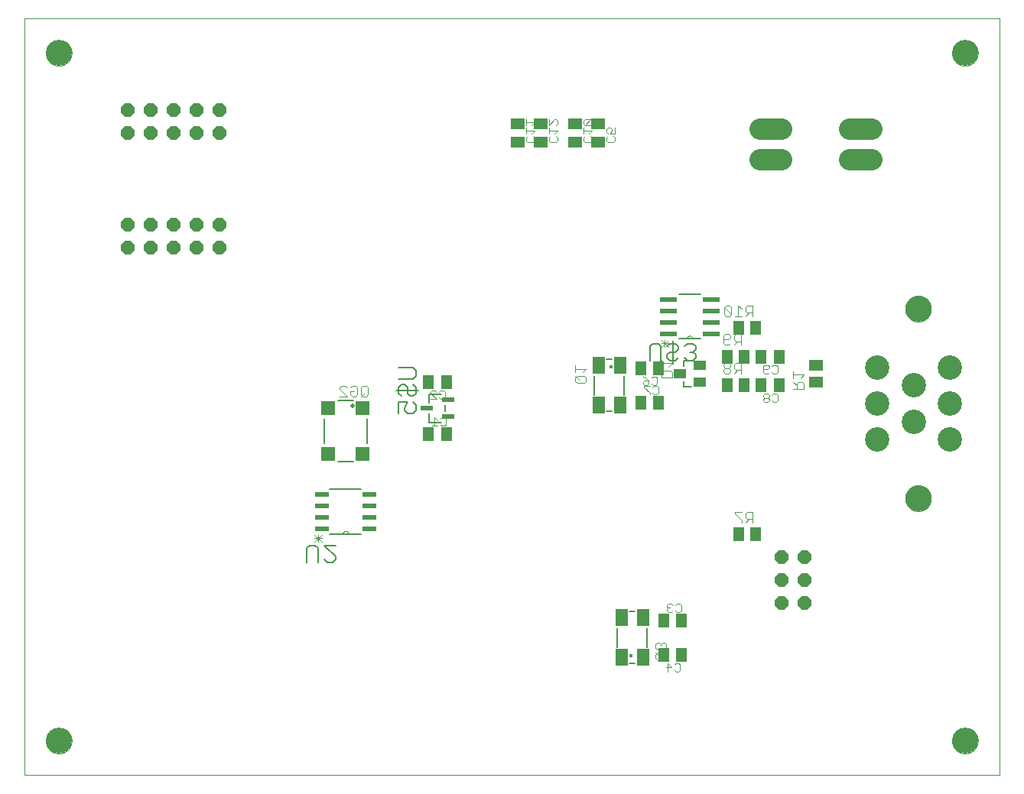
<source format=gbo>
G75*
%MOIN*%
%OFA0B0*%
%FSLAX25Y25*%
%IPPOS*%
%LPD*%
%AMOC8*
5,1,8,0,0,1.08239X$1,22.5*
%
%ADD10C,0.00000*%
%ADD11C,0.11200*%
%ADD12R,0.05118X0.06299*%
%ADD13C,0.00300*%
%ADD14C,0.00600*%
%ADD15R,0.05512X0.03937*%
%ADD16C,0.00400*%
%ADD17OC8,0.06000*%
%ADD18C,0.00800*%
%ADD19C,0.01433*%
%ADD20R,0.05512X0.07480*%
%ADD21R,0.05118X0.05906*%
%ADD22R,0.07800X0.02200*%
%ADD23C,0.11220*%
%ADD24C,0.10630*%
%ADD25C,0.02000*%
%ADD26R,0.05906X0.06299*%
%ADD27R,0.06300X0.02200*%
%ADD28C,0.09449*%
%ADD29R,0.05906X0.05118*%
%ADD30R,0.05200X0.02200*%
%ADD31R,0.06299X0.05118*%
D10*
X0025762Y0001800D02*
X0025762Y0331800D01*
X0450762Y0331800D01*
X0450762Y0001800D01*
X0025762Y0001800D01*
X0035162Y0016800D02*
X0035164Y0016949D01*
X0035170Y0017098D01*
X0035180Y0017247D01*
X0035194Y0017395D01*
X0035212Y0017543D01*
X0035233Y0017691D01*
X0035259Y0017838D01*
X0035289Y0017984D01*
X0035322Y0018129D01*
X0035359Y0018273D01*
X0035400Y0018417D01*
X0035445Y0018559D01*
X0035494Y0018700D01*
X0035547Y0018839D01*
X0035603Y0018977D01*
X0035662Y0019114D01*
X0035726Y0019249D01*
X0035793Y0019382D01*
X0035863Y0019513D01*
X0035937Y0019643D01*
X0036015Y0019770D01*
X0036095Y0019896D01*
X0036180Y0020019D01*
X0036267Y0020140D01*
X0036357Y0020258D01*
X0036451Y0020374D01*
X0036548Y0020488D01*
X0036647Y0020599D01*
X0036750Y0020707D01*
X0036855Y0020812D01*
X0036963Y0020915D01*
X0037074Y0021014D01*
X0037188Y0021111D01*
X0037304Y0021205D01*
X0037422Y0021295D01*
X0037543Y0021382D01*
X0037666Y0021467D01*
X0037792Y0021547D01*
X0037919Y0021625D01*
X0038049Y0021699D01*
X0038180Y0021769D01*
X0038313Y0021836D01*
X0038448Y0021900D01*
X0038585Y0021959D01*
X0038723Y0022015D01*
X0038862Y0022068D01*
X0039003Y0022117D01*
X0039145Y0022162D01*
X0039289Y0022203D01*
X0039433Y0022240D01*
X0039578Y0022273D01*
X0039724Y0022303D01*
X0039871Y0022329D01*
X0040019Y0022350D01*
X0040167Y0022368D01*
X0040315Y0022382D01*
X0040464Y0022392D01*
X0040613Y0022398D01*
X0040762Y0022400D01*
X0040911Y0022398D01*
X0041060Y0022392D01*
X0041209Y0022382D01*
X0041357Y0022368D01*
X0041505Y0022350D01*
X0041653Y0022329D01*
X0041800Y0022303D01*
X0041946Y0022273D01*
X0042091Y0022240D01*
X0042235Y0022203D01*
X0042379Y0022162D01*
X0042521Y0022117D01*
X0042662Y0022068D01*
X0042801Y0022015D01*
X0042939Y0021959D01*
X0043076Y0021900D01*
X0043211Y0021836D01*
X0043344Y0021769D01*
X0043475Y0021699D01*
X0043605Y0021625D01*
X0043732Y0021547D01*
X0043858Y0021467D01*
X0043981Y0021382D01*
X0044102Y0021295D01*
X0044220Y0021205D01*
X0044336Y0021111D01*
X0044450Y0021014D01*
X0044561Y0020915D01*
X0044669Y0020812D01*
X0044774Y0020707D01*
X0044877Y0020599D01*
X0044976Y0020488D01*
X0045073Y0020374D01*
X0045167Y0020258D01*
X0045257Y0020140D01*
X0045344Y0020019D01*
X0045429Y0019896D01*
X0045509Y0019770D01*
X0045587Y0019643D01*
X0045661Y0019513D01*
X0045731Y0019382D01*
X0045798Y0019249D01*
X0045862Y0019114D01*
X0045921Y0018977D01*
X0045977Y0018839D01*
X0046030Y0018700D01*
X0046079Y0018559D01*
X0046124Y0018417D01*
X0046165Y0018273D01*
X0046202Y0018129D01*
X0046235Y0017984D01*
X0046265Y0017838D01*
X0046291Y0017691D01*
X0046312Y0017543D01*
X0046330Y0017395D01*
X0046344Y0017247D01*
X0046354Y0017098D01*
X0046360Y0016949D01*
X0046362Y0016800D01*
X0046360Y0016651D01*
X0046354Y0016502D01*
X0046344Y0016353D01*
X0046330Y0016205D01*
X0046312Y0016057D01*
X0046291Y0015909D01*
X0046265Y0015762D01*
X0046235Y0015616D01*
X0046202Y0015471D01*
X0046165Y0015327D01*
X0046124Y0015183D01*
X0046079Y0015041D01*
X0046030Y0014900D01*
X0045977Y0014761D01*
X0045921Y0014623D01*
X0045862Y0014486D01*
X0045798Y0014351D01*
X0045731Y0014218D01*
X0045661Y0014087D01*
X0045587Y0013957D01*
X0045509Y0013830D01*
X0045429Y0013704D01*
X0045344Y0013581D01*
X0045257Y0013460D01*
X0045167Y0013342D01*
X0045073Y0013226D01*
X0044976Y0013112D01*
X0044877Y0013001D01*
X0044774Y0012893D01*
X0044669Y0012788D01*
X0044561Y0012685D01*
X0044450Y0012586D01*
X0044336Y0012489D01*
X0044220Y0012395D01*
X0044102Y0012305D01*
X0043981Y0012218D01*
X0043858Y0012133D01*
X0043732Y0012053D01*
X0043605Y0011975D01*
X0043475Y0011901D01*
X0043344Y0011831D01*
X0043211Y0011764D01*
X0043076Y0011700D01*
X0042939Y0011641D01*
X0042801Y0011585D01*
X0042662Y0011532D01*
X0042521Y0011483D01*
X0042379Y0011438D01*
X0042235Y0011397D01*
X0042091Y0011360D01*
X0041946Y0011327D01*
X0041800Y0011297D01*
X0041653Y0011271D01*
X0041505Y0011250D01*
X0041357Y0011232D01*
X0041209Y0011218D01*
X0041060Y0011208D01*
X0040911Y0011202D01*
X0040762Y0011200D01*
X0040613Y0011202D01*
X0040464Y0011208D01*
X0040315Y0011218D01*
X0040167Y0011232D01*
X0040019Y0011250D01*
X0039871Y0011271D01*
X0039724Y0011297D01*
X0039578Y0011327D01*
X0039433Y0011360D01*
X0039289Y0011397D01*
X0039145Y0011438D01*
X0039003Y0011483D01*
X0038862Y0011532D01*
X0038723Y0011585D01*
X0038585Y0011641D01*
X0038448Y0011700D01*
X0038313Y0011764D01*
X0038180Y0011831D01*
X0038049Y0011901D01*
X0037919Y0011975D01*
X0037792Y0012053D01*
X0037666Y0012133D01*
X0037543Y0012218D01*
X0037422Y0012305D01*
X0037304Y0012395D01*
X0037188Y0012489D01*
X0037074Y0012586D01*
X0036963Y0012685D01*
X0036855Y0012788D01*
X0036750Y0012893D01*
X0036647Y0013001D01*
X0036548Y0013112D01*
X0036451Y0013226D01*
X0036357Y0013342D01*
X0036267Y0013460D01*
X0036180Y0013581D01*
X0036095Y0013704D01*
X0036015Y0013830D01*
X0035937Y0013957D01*
X0035863Y0014087D01*
X0035793Y0014218D01*
X0035726Y0014351D01*
X0035662Y0014486D01*
X0035603Y0014623D01*
X0035547Y0014761D01*
X0035494Y0014900D01*
X0035445Y0015041D01*
X0035400Y0015183D01*
X0035359Y0015327D01*
X0035322Y0015471D01*
X0035289Y0015616D01*
X0035259Y0015762D01*
X0035233Y0015909D01*
X0035212Y0016057D01*
X0035194Y0016205D01*
X0035180Y0016353D01*
X0035170Y0016502D01*
X0035164Y0016651D01*
X0035162Y0016800D01*
X0164562Y0107000D02*
X0164564Y0107069D01*
X0164570Y0107137D01*
X0164580Y0107205D01*
X0164593Y0107272D01*
X0164611Y0107338D01*
X0164632Y0107403D01*
X0164657Y0107467D01*
X0164685Y0107529D01*
X0164717Y0107590D01*
X0164752Y0107649D01*
X0164791Y0107705D01*
X0164833Y0107760D01*
X0164878Y0107811D01*
X0164926Y0107861D01*
X0164976Y0107907D01*
X0165029Y0107950D01*
X0165085Y0107991D01*
X0165142Y0108028D01*
X0165202Y0108061D01*
X0165264Y0108092D01*
X0165327Y0108118D01*
X0165391Y0108141D01*
X0165457Y0108161D01*
X0165524Y0108176D01*
X0165591Y0108188D01*
X0165659Y0108196D01*
X0165728Y0108200D01*
X0165796Y0108200D01*
X0165865Y0108196D01*
X0165933Y0108188D01*
X0166000Y0108176D01*
X0166067Y0108161D01*
X0166133Y0108141D01*
X0166197Y0108118D01*
X0166260Y0108092D01*
X0166322Y0108061D01*
X0166382Y0108028D01*
X0166439Y0107991D01*
X0166495Y0107950D01*
X0166548Y0107907D01*
X0166598Y0107861D01*
X0166646Y0107811D01*
X0166691Y0107760D01*
X0166733Y0107705D01*
X0166772Y0107649D01*
X0166807Y0107590D01*
X0166839Y0107529D01*
X0166867Y0107467D01*
X0166892Y0107403D01*
X0166913Y0107338D01*
X0166931Y0107272D01*
X0166944Y0107205D01*
X0166954Y0107137D01*
X0166960Y0107069D01*
X0166962Y0107000D01*
X0314562Y0192200D02*
X0314564Y0192269D01*
X0314570Y0192337D01*
X0314580Y0192405D01*
X0314593Y0192472D01*
X0314611Y0192538D01*
X0314632Y0192603D01*
X0314657Y0192667D01*
X0314685Y0192729D01*
X0314717Y0192790D01*
X0314752Y0192849D01*
X0314791Y0192905D01*
X0314833Y0192960D01*
X0314878Y0193011D01*
X0314926Y0193061D01*
X0314976Y0193107D01*
X0315029Y0193150D01*
X0315085Y0193191D01*
X0315142Y0193228D01*
X0315202Y0193261D01*
X0315264Y0193292D01*
X0315327Y0193318D01*
X0315391Y0193341D01*
X0315457Y0193361D01*
X0315524Y0193376D01*
X0315591Y0193388D01*
X0315659Y0193396D01*
X0315728Y0193400D01*
X0315796Y0193400D01*
X0315865Y0193396D01*
X0315933Y0193388D01*
X0316000Y0193376D01*
X0316067Y0193361D01*
X0316133Y0193341D01*
X0316197Y0193318D01*
X0316260Y0193292D01*
X0316322Y0193261D01*
X0316382Y0193228D01*
X0316439Y0193191D01*
X0316495Y0193150D01*
X0316548Y0193107D01*
X0316598Y0193061D01*
X0316646Y0193011D01*
X0316691Y0192960D01*
X0316733Y0192905D01*
X0316772Y0192849D01*
X0316807Y0192790D01*
X0316839Y0192729D01*
X0316867Y0192667D01*
X0316892Y0192603D01*
X0316913Y0192538D01*
X0316931Y0192472D01*
X0316944Y0192405D01*
X0316954Y0192337D01*
X0316960Y0192269D01*
X0316962Y0192200D01*
X0409719Y0205225D02*
X0409721Y0205374D01*
X0409727Y0205524D01*
X0409737Y0205673D01*
X0409751Y0205821D01*
X0409769Y0205970D01*
X0409790Y0206117D01*
X0409816Y0206264D01*
X0409846Y0206411D01*
X0409879Y0206556D01*
X0409917Y0206701D01*
X0409958Y0206845D01*
X0410003Y0206987D01*
X0410052Y0207128D01*
X0410104Y0207268D01*
X0410160Y0207406D01*
X0410220Y0207543D01*
X0410284Y0207678D01*
X0410351Y0207812D01*
X0410422Y0207943D01*
X0410496Y0208073D01*
X0410573Y0208201D01*
X0410654Y0208326D01*
X0410738Y0208450D01*
X0410826Y0208571D01*
X0410916Y0208689D01*
X0411010Y0208806D01*
X0411107Y0208919D01*
X0411207Y0209030D01*
X0411310Y0209139D01*
X0411415Y0209244D01*
X0411524Y0209347D01*
X0411635Y0209447D01*
X0411748Y0209544D01*
X0411865Y0209638D01*
X0411983Y0209728D01*
X0412104Y0209816D01*
X0412228Y0209900D01*
X0412353Y0209981D01*
X0412481Y0210058D01*
X0412611Y0210132D01*
X0412742Y0210203D01*
X0412876Y0210270D01*
X0413011Y0210334D01*
X0413148Y0210394D01*
X0413286Y0210450D01*
X0413426Y0210502D01*
X0413567Y0210551D01*
X0413709Y0210596D01*
X0413853Y0210637D01*
X0413998Y0210675D01*
X0414143Y0210708D01*
X0414290Y0210738D01*
X0414437Y0210764D01*
X0414584Y0210785D01*
X0414733Y0210803D01*
X0414881Y0210817D01*
X0415030Y0210827D01*
X0415180Y0210833D01*
X0415329Y0210835D01*
X0415478Y0210833D01*
X0415628Y0210827D01*
X0415777Y0210817D01*
X0415925Y0210803D01*
X0416074Y0210785D01*
X0416221Y0210764D01*
X0416368Y0210738D01*
X0416515Y0210708D01*
X0416660Y0210675D01*
X0416805Y0210637D01*
X0416949Y0210596D01*
X0417091Y0210551D01*
X0417232Y0210502D01*
X0417372Y0210450D01*
X0417510Y0210394D01*
X0417647Y0210334D01*
X0417782Y0210270D01*
X0417916Y0210203D01*
X0418047Y0210132D01*
X0418177Y0210058D01*
X0418305Y0209981D01*
X0418430Y0209900D01*
X0418554Y0209816D01*
X0418675Y0209728D01*
X0418793Y0209638D01*
X0418910Y0209544D01*
X0419023Y0209447D01*
X0419134Y0209347D01*
X0419243Y0209244D01*
X0419348Y0209139D01*
X0419451Y0209030D01*
X0419551Y0208919D01*
X0419648Y0208806D01*
X0419742Y0208689D01*
X0419832Y0208571D01*
X0419920Y0208450D01*
X0420004Y0208326D01*
X0420085Y0208201D01*
X0420162Y0208073D01*
X0420236Y0207943D01*
X0420307Y0207812D01*
X0420374Y0207678D01*
X0420438Y0207543D01*
X0420498Y0207406D01*
X0420554Y0207268D01*
X0420606Y0207128D01*
X0420655Y0206987D01*
X0420700Y0206845D01*
X0420741Y0206701D01*
X0420779Y0206556D01*
X0420812Y0206411D01*
X0420842Y0206264D01*
X0420868Y0206117D01*
X0420889Y0205970D01*
X0420907Y0205821D01*
X0420921Y0205673D01*
X0420931Y0205524D01*
X0420937Y0205374D01*
X0420939Y0205225D01*
X0420937Y0205076D01*
X0420931Y0204926D01*
X0420921Y0204777D01*
X0420907Y0204629D01*
X0420889Y0204480D01*
X0420868Y0204333D01*
X0420842Y0204186D01*
X0420812Y0204039D01*
X0420779Y0203894D01*
X0420741Y0203749D01*
X0420700Y0203605D01*
X0420655Y0203463D01*
X0420606Y0203322D01*
X0420554Y0203182D01*
X0420498Y0203044D01*
X0420438Y0202907D01*
X0420374Y0202772D01*
X0420307Y0202638D01*
X0420236Y0202507D01*
X0420162Y0202377D01*
X0420085Y0202249D01*
X0420004Y0202124D01*
X0419920Y0202000D01*
X0419832Y0201879D01*
X0419742Y0201761D01*
X0419648Y0201644D01*
X0419551Y0201531D01*
X0419451Y0201420D01*
X0419348Y0201311D01*
X0419243Y0201206D01*
X0419134Y0201103D01*
X0419023Y0201003D01*
X0418910Y0200906D01*
X0418793Y0200812D01*
X0418675Y0200722D01*
X0418554Y0200634D01*
X0418430Y0200550D01*
X0418305Y0200469D01*
X0418177Y0200392D01*
X0418047Y0200318D01*
X0417916Y0200247D01*
X0417782Y0200180D01*
X0417647Y0200116D01*
X0417510Y0200056D01*
X0417372Y0200000D01*
X0417232Y0199948D01*
X0417091Y0199899D01*
X0416949Y0199854D01*
X0416805Y0199813D01*
X0416660Y0199775D01*
X0416515Y0199742D01*
X0416368Y0199712D01*
X0416221Y0199686D01*
X0416074Y0199665D01*
X0415925Y0199647D01*
X0415777Y0199633D01*
X0415628Y0199623D01*
X0415478Y0199617D01*
X0415329Y0199615D01*
X0415180Y0199617D01*
X0415030Y0199623D01*
X0414881Y0199633D01*
X0414733Y0199647D01*
X0414584Y0199665D01*
X0414437Y0199686D01*
X0414290Y0199712D01*
X0414143Y0199742D01*
X0413998Y0199775D01*
X0413853Y0199813D01*
X0413709Y0199854D01*
X0413567Y0199899D01*
X0413426Y0199948D01*
X0413286Y0200000D01*
X0413148Y0200056D01*
X0413011Y0200116D01*
X0412876Y0200180D01*
X0412742Y0200247D01*
X0412611Y0200318D01*
X0412481Y0200392D01*
X0412353Y0200469D01*
X0412228Y0200550D01*
X0412104Y0200634D01*
X0411983Y0200722D01*
X0411865Y0200812D01*
X0411748Y0200906D01*
X0411635Y0201003D01*
X0411524Y0201103D01*
X0411415Y0201206D01*
X0411310Y0201311D01*
X0411207Y0201420D01*
X0411107Y0201531D01*
X0411010Y0201644D01*
X0410916Y0201761D01*
X0410826Y0201879D01*
X0410738Y0202000D01*
X0410654Y0202124D01*
X0410573Y0202249D01*
X0410496Y0202377D01*
X0410422Y0202507D01*
X0410351Y0202638D01*
X0410284Y0202772D01*
X0410220Y0202907D01*
X0410160Y0203044D01*
X0410104Y0203182D01*
X0410052Y0203322D01*
X0410003Y0203463D01*
X0409958Y0203605D01*
X0409917Y0203749D01*
X0409879Y0203894D01*
X0409846Y0204039D01*
X0409816Y0204186D01*
X0409790Y0204333D01*
X0409769Y0204480D01*
X0409751Y0204629D01*
X0409737Y0204777D01*
X0409727Y0204926D01*
X0409721Y0205076D01*
X0409719Y0205225D01*
X0409719Y0122548D02*
X0409721Y0122697D01*
X0409727Y0122847D01*
X0409737Y0122996D01*
X0409751Y0123144D01*
X0409769Y0123293D01*
X0409790Y0123440D01*
X0409816Y0123587D01*
X0409846Y0123734D01*
X0409879Y0123879D01*
X0409917Y0124024D01*
X0409958Y0124168D01*
X0410003Y0124310D01*
X0410052Y0124451D01*
X0410104Y0124591D01*
X0410160Y0124729D01*
X0410220Y0124866D01*
X0410284Y0125001D01*
X0410351Y0125135D01*
X0410422Y0125266D01*
X0410496Y0125396D01*
X0410573Y0125524D01*
X0410654Y0125649D01*
X0410738Y0125773D01*
X0410826Y0125894D01*
X0410916Y0126012D01*
X0411010Y0126129D01*
X0411107Y0126242D01*
X0411207Y0126353D01*
X0411310Y0126462D01*
X0411415Y0126567D01*
X0411524Y0126670D01*
X0411635Y0126770D01*
X0411748Y0126867D01*
X0411865Y0126961D01*
X0411983Y0127051D01*
X0412104Y0127139D01*
X0412228Y0127223D01*
X0412353Y0127304D01*
X0412481Y0127381D01*
X0412611Y0127455D01*
X0412742Y0127526D01*
X0412876Y0127593D01*
X0413011Y0127657D01*
X0413148Y0127717D01*
X0413286Y0127773D01*
X0413426Y0127825D01*
X0413567Y0127874D01*
X0413709Y0127919D01*
X0413853Y0127960D01*
X0413998Y0127998D01*
X0414143Y0128031D01*
X0414290Y0128061D01*
X0414437Y0128087D01*
X0414584Y0128108D01*
X0414733Y0128126D01*
X0414881Y0128140D01*
X0415030Y0128150D01*
X0415180Y0128156D01*
X0415329Y0128158D01*
X0415478Y0128156D01*
X0415628Y0128150D01*
X0415777Y0128140D01*
X0415925Y0128126D01*
X0416074Y0128108D01*
X0416221Y0128087D01*
X0416368Y0128061D01*
X0416515Y0128031D01*
X0416660Y0127998D01*
X0416805Y0127960D01*
X0416949Y0127919D01*
X0417091Y0127874D01*
X0417232Y0127825D01*
X0417372Y0127773D01*
X0417510Y0127717D01*
X0417647Y0127657D01*
X0417782Y0127593D01*
X0417916Y0127526D01*
X0418047Y0127455D01*
X0418177Y0127381D01*
X0418305Y0127304D01*
X0418430Y0127223D01*
X0418554Y0127139D01*
X0418675Y0127051D01*
X0418793Y0126961D01*
X0418910Y0126867D01*
X0419023Y0126770D01*
X0419134Y0126670D01*
X0419243Y0126567D01*
X0419348Y0126462D01*
X0419451Y0126353D01*
X0419551Y0126242D01*
X0419648Y0126129D01*
X0419742Y0126012D01*
X0419832Y0125894D01*
X0419920Y0125773D01*
X0420004Y0125649D01*
X0420085Y0125524D01*
X0420162Y0125396D01*
X0420236Y0125266D01*
X0420307Y0125135D01*
X0420374Y0125001D01*
X0420438Y0124866D01*
X0420498Y0124729D01*
X0420554Y0124591D01*
X0420606Y0124451D01*
X0420655Y0124310D01*
X0420700Y0124168D01*
X0420741Y0124024D01*
X0420779Y0123879D01*
X0420812Y0123734D01*
X0420842Y0123587D01*
X0420868Y0123440D01*
X0420889Y0123293D01*
X0420907Y0123144D01*
X0420921Y0122996D01*
X0420931Y0122847D01*
X0420937Y0122697D01*
X0420939Y0122548D01*
X0420937Y0122399D01*
X0420931Y0122249D01*
X0420921Y0122100D01*
X0420907Y0121952D01*
X0420889Y0121803D01*
X0420868Y0121656D01*
X0420842Y0121509D01*
X0420812Y0121362D01*
X0420779Y0121217D01*
X0420741Y0121072D01*
X0420700Y0120928D01*
X0420655Y0120786D01*
X0420606Y0120645D01*
X0420554Y0120505D01*
X0420498Y0120367D01*
X0420438Y0120230D01*
X0420374Y0120095D01*
X0420307Y0119961D01*
X0420236Y0119830D01*
X0420162Y0119700D01*
X0420085Y0119572D01*
X0420004Y0119447D01*
X0419920Y0119323D01*
X0419832Y0119202D01*
X0419742Y0119084D01*
X0419648Y0118967D01*
X0419551Y0118854D01*
X0419451Y0118743D01*
X0419348Y0118634D01*
X0419243Y0118529D01*
X0419134Y0118426D01*
X0419023Y0118326D01*
X0418910Y0118229D01*
X0418793Y0118135D01*
X0418675Y0118045D01*
X0418554Y0117957D01*
X0418430Y0117873D01*
X0418305Y0117792D01*
X0418177Y0117715D01*
X0418047Y0117641D01*
X0417916Y0117570D01*
X0417782Y0117503D01*
X0417647Y0117439D01*
X0417510Y0117379D01*
X0417372Y0117323D01*
X0417232Y0117271D01*
X0417091Y0117222D01*
X0416949Y0117177D01*
X0416805Y0117136D01*
X0416660Y0117098D01*
X0416515Y0117065D01*
X0416368Y0117035D01*
X0416221Y0117009D01*
X0416074Y0116988D01*
X0415925Y0116970D01*
X0415777Y0116956D01*
X0415628Y0116946D01*
X0415478Y0116940D01*
X0415329Y0116938D01*
X0415180Y0116940D01*
X0415030Y0116946D01*
X0414881Y0116956D01*
X0414733Y0116970D01*
X0414584Y0116988D01*
X0414437Y0117009D01*
X0414290Y0117035D01*
X0414143Y0117065D01*
X0413998Y0117098D01*
X0413853Y0117136D01*
X0413709Y0117177D01*
X0413567Y0117222D01*
X0413426Y0117271D01*
X0413286Y0117323D01*
X0413148Y0117379D01*
X0413011Y0117439D01*
X0412876Y0117503D01*
X0412742Y0117570D01*
X0412611Y0117641D01*
X0412481Y0117715D01*
X0412353Y0117792D01*
X0412228Y0117873D01*
X0412104Y0117957D01*
X0411983Y0118045D01*
X0411865Y0118135D01*
X0411748Y0118229D01*
X0411635Y0118326D01*
X0411524Y0118426D01*
X0411415Y0118529D01*
X0411310Y0118634D01*
X0411207Y0118743D01*
X0411107Y0118854D01*
X0411010Y0118967D01*
X0410916Y0119084D01*
X0410826Y0119202D01*
X0410738Y0119323D01*
X0410654Y0119447D01*
X0410573Y0119572D01*
X0410496Y0119700D01*
X0410422Y0119830D01*
X0410351Y0119961D01*
X0410284Y0120095D01*
X0410220Y0120230D01*
X0410160Y0120367D01*
X0410104Y0120505D01*
X0410052Y0120645D01*
X0410003Y0120786D01*
X0409958Y0120928D01*
X0409917Y0121072D01*
X0409879Y0121217D01*
X0409846Y0121362D01*
X0409816Y0121509D01*
X0409790Y0121656D01*
X0409769Y0121803D01*
X0409751Y0121952D01*
X0409737Y0122100D01*
X0409727Y0122249D01*
X0409721Y0122399D01*
X0409719Y0122548D01*
X0430162Y0016800D02*
X0430164Y0016949D01*
X0430170Y0017098D01*
X0430180Y0017247D01*
X0430194Y0017395D01*
X0430212Y0017543D01*
X0430233Y0017691D01*
X0430259Y0017838D01*
X0430289Y0017984D01*
X0430322Y0018129D01*
X0430359Y0018273D01*
X0430400Y0018417D01*
X0430445Y0018559D01*
X0430494Y0018700D01*
X0430547Y0018839D01*
X0430603Y0018977D01*
X0430662Y0019114D01*
X0430726Y0019249D01*
X0430793Y0019382D01*
X0430863Y0019513D01*
X0430937Y0019643D01*
X0431015Y0019770D01*
X0431095Y0019896D01*
X0431180Y0020019D01*
X0431267Y0020140D01*
X0431357Y0020258D01*
X0431451Y0020374D01*
X0431548Y0020488D01*
X0431647Y0020599D01*
X0431750Y0020707D01*
X0431855Y0020812D01*
X0431963Y0020915D01*
X0432074Y0021014D01*
X0432188Y0021111D01*
X0432304Y0021205D01*
X0432422Y0021295D01*
X0432543Y0021382D01*
X0432666Y0021467D01*
X0432792Y0021547D01*
X0432919Y0021625D01*
X0433049Y0021699D01*
X0433180Y0021769D01*
X0433313Y0021836D01*
X0433448Y0021900D01*
X0433585Y0021959D01*
X0433723Y0022015D01*
X0433862Y0022068D01*
X0434003Y0022117D01*
X0434145Y0022162D01*
X0434289Y0022203D01*
X0434433Y0022240D01*
X0434578Y0022273D01*
X0434724Y0022303D01*
X0434871Y0022329D01*
X0435019Y0022350D01*
X0435167Y0022368D01*
X0435315Y0022382D01*
X0435464Y0022392D01*
X0435613Y0022398D01*
X0435762Y0022400D01*
X0435911Y0022398D01*
X0436060Y0022392D01*
X0436209Y0022382D01*
X0436357Y0022368D01*
X0436505Y0022350D01*
X0436653Y0022329D01*
X0436800Y0022303D01*
X0436946Y0022273D01*
X0437091Y0022240D01*
X0437235Y0022203D01*
X0437379Y0022162D01*
X0437521Y0022117D01*
X0437662Y0022068D01*
X0437801Y0022015D01*
X0437939Y0021959D01*
X0438076Y0021900D01*
X0438211Y0021836D01*
X0438344Y0021769D01*
X0438475Y0021699D01*
X0438605Y0021625D01*
X0438732Y0021547D01*
X0438858Y0021467D01*
X0438981Y0021382D01*
X0439102Y0021295D01*
X0439220Y0021205D01*
X0439336Y0021111D01*
X0439450Y0021014D01*
X0439561Y0020915D01*
X0439669Y0020812D01*
X0439774Y0020707D01*
X0439877Y0020599D01*
X0439976Y0020488D01*
X0440073Y0020374D01*
X0440167Y0020258D01*
X0440257Y0020140D01*
X0440344Y0020019D01*
X0440429Y0019896D01*
X0440509Y0019770D01*
X0440587Y0019643D01*
X0440661Y0019513D01*
X0440731Y0019382D01*
X0440798Y0019249D01*
X0440862Y0019114D01*
X0440921Y0018977D01*
X0440977Y0018839D01*
X0441030Y0018700D01*
X0441079Y0018559D01*
X0441124Y0018417D01*
X0441165Y0018273D01*
X0441202Y0018129D01*
X0441235Y0017984D01*
X0441265Y0017838D01*
X0441291Y0017691D01*
X0441312Y0017543D01*
X0441330Y0017395D01*
X0441344Y0017247D01*
X0441354Y0017098D01*
X0441360Y0016949D01*
X0441362Y0016800D01*
X0441360Y0016651D01*
X0441354Y0016502D01*
X0441344Y0016353D01*
X0441330Y0016205D01*
X0441312Y0016057D01*
X0441291Y0015909D01*
X0441265Y0015762D01*
X0441235Y0015616D01*
X0441202Y0015471D01*
X0441165Y0015327D01*
X0441124Y0015183D01*
X0441079Y0015041D01*
X0441030Y0014900D01*
X0440977Y0014761D01*
X0440921Y0014623D01*
X0440862Y0014486D01*
X0440798Y0014351D01*
X0440731Y0014218D01*
X0440661Y0014087D01*
X0440587Y0013957D01*
X0440509Y0013830D01*
X0440429Y0013704D01*
X0440344Y0013581D01*
X0440257Y0013460D01*
X0440167Y0013342D01*
X0440073Y0013226D01*
X0439976Y0013112D01*
X0439877Y0013001D01*
X0439774Y0012893D01*
X0439669Y0012788D01*
X0439561Y0012685D01*
X0439450Y0012586D01*
X0439336Y0012489D01*
X0439220Y0012395D01*
X0439102Y0012305D01*
X0438981Y0012218D01*
X0438858Y0012133D01*
X0438732Y0012053D01*
X0438605Y0011975D01*
X0438475Y0011901D01*
X0438344Y0011831D01*
X0438211Y0011764D01*
X0438076Y0011700D01*
X0437939Y0011641D01*
X0437801Y0011585D01*
X0437662Y0011532D01*
X0437521Y0011483D01*
X0437379Y0011438D01*
X0437235Y0011397D01*
X0437091Y0011360D01*
X0436946Y0011327D01*
X0436800Y0011297D01*
X0436653Y0011271D01*
X0436505Y0011250D01*
X0436357Y0011232D01*
X0436209Y0011218D01*
X0436060Y0011208D01*
X0435911Y0011202D01*
X0435762Y0011200D01*
X0435613Y0011202D01*
X0435464Y0011208D01*
X0435315Y0011218D01*
X0435167Y0011232D01*
X0435019Y0011250D01*
X0434871Y0011271D01*
X0434724Y0011297D01*
X0434578Y0011327D01*
X0434433Y0011360D01*
X0434289Y0011397D01*
X0434145Y0011438D01*
X0434003Y0011483D01*
X0433862Y0011532D01*
X0433723Y0011585D01*
X0433585Y0011641D01*
X0433448Y0011700D01*
X0433313Y0011764D01*
X0433180Y0011831D01*
X0433049Y0011901D01*
X0432919Y0011975D01*
X0432792Y0012053D01*
X0432666Y0012133D01*
X0432543Y0012218D01*
X0432422Y0012305D01*
X0432304Y0012395D01*
X0432188Y0012489D01*
X0432074Y0012586D01*
X0431963Y0012685D01*
X0431855Y0012788D01*
X0431750Y0012893D01*
X0431647Y0013001D01*
X0431548Y0013112D01*
X0431451Y0013226D01*
X0431357Y0013342D01*
X0431267Y0013460D01*
X0431180Y0013581D01*
X0431095Y0013704D01*
X0431015Y0013830D01*
X0430937Y0013957D01*
X0430863Y0014087D01*
X0430793Y0014218D01*
X0430726Y0014351D01*
X0430662Y0014486D01*
X0430603Y0014623D01*
X0430547Y0014761D01*
X0430494Y0014900D01*
X0430445Y0015041D01*
X0430400Y0015183D01*
X0430359Y0015327D01*
X0430322Y0015471D01*
X0430289Y0015616D01*
X0430259Y0015762D01*
X0430233Y0015909D01*
X0430212Y0016057D01*
X0430194Y0016205D01*
X0430180Y0016353D01*
X0430170Y0016502D01*
X0430164Y0016651D01*
X0430162Y0016800D01*
X0430162Y0316800D02*
X0430164Y0316949D01*
X0430170Y0317098D01*
X0430180Y0317247D01*
X0430194Y0317395D01*
X0430212Y0317543D01*
X0430233Y0317691D01*
X0430259Y0317838D01*
X0430289Y0317984D01*
X0430322Y0318129D01*
X0430359Y0318273D01*
X0430400Y0318417D01*
X0430445Y0318559D01*
X0430494Y0318700D01*
X0430547Y0318839D01*
X0430603Y0318977D01*
X0430662Y0319114D01*
X0430726Y0319249D01*
X0430793Y0319382D01*
X0430863Y0319513D01*
X0430937Y0319643D01*
X0431015Y0319770D01*
X0431095Y0319896D01*
X0431180Y0320019D01*
X0431267Y0320140D01*
X0431357Y0320258D01*
X0431451Y0320374D01*
X0431548Y0320488D01*
X0431647Y0320599D01*
X0431750Y0320707D01*
X0431855Y0320812D01*
X0431963Y0320915D01*
X0432074Y0321014D01*
X0432188Y0321111D01*
X0432304Y0321205D01*
X0432422Y0321295D01*
X0432543Y0321382D01*
X0432666Y0321467D01*
X0432792Y0321547D01*
X0432919Y0321625D01*
X0433049Y0321699D01*
X0433180Y0321769D01*
X0433313Y0321836D01*
X0433448Y0321900D01*
X0433585Y0321959D01*
X0433723Y0322015D01*
X0433862Y0322068D01*
X0434003Y0322117D01*
X0434145Y0322162D01*
X0434289Y0322203D01*
X0434433Y0322240D01*
X0434578Y0322273D01*
X0434724Y0322303D01*
X0434871Y0322329D01*
X0435019Y0322350D01*
X0435167Y0322368D01*
X0435315Y0322382D01*
X0435464Y0322392D01*
X0435613Y0322398D01*
X0435762Y0322400D01*
X0435911Y0322398D01*
X0436060Y0322392D01*
X0436209Y0322382D01*
X0436357Y0322368D01*
X0436505Y0322350D01*
X0436653Y0322329D01*
X0436800Y0322303D01*
X0436946Y0322273D01*
X0437091Y0322240D01*
X0437235Y0322203D01*
X0437379Y0322162D01*
X0437521Y0322117D01*
X0437662Y0322068D01*
X0437801Y0322015D01*
X0437939Y0321959D01*
X0438076Y0321900D01*
X0438211Y0321836D01*
X0438344Y0321769D01*
X0438475Y0321699D01*
X0438605Y0321625D01*
X0438732Y0321547D01*
X0438858Y0321467D01*
X0438981Y0321382D01*
X0439102Y0321295D01*
X0439220Y0321205D01*
X0439336Y0321111D01*
X0439450Y0321014D01*
X0439561Y0320915D01*
X0439669Y0320812D01*
X0439774Y0320707D01*
X0439877Y0320599D01*
X0439976Y0320488D01*
X0440073Y0320374D01*
X0440167Y0320258D01*
X0440257Y0320140D01*
X0440344Y0320019D01*
X0440429Y0319896D01*
X0440509Y0319770D01*
X0440587Y0319643D01*
X0440661Y0319513D01*
X0440731Y0319382D01*
X0440798Y0319249D01*
X0440862Y0319114D01*
X0440921Y0318977D01*
X0440977Y0318839D01*
X0441030Y0318700D01*
X0441079Y0318559D01*
X0441124Y0318417D01*
X0441165Y0318273D01*
X0441202Y0318129D01*
X0441235Y0317984D01*
X0441265Y0317838D01*
X0441291Y0317691D01*
X0441312Y0317543D01*
X0441330Y0317395D01*
X0441344Y0317247D01*
X0441354Y0317098D01*
X0441360Y0316949D01*
X0441362Y0316800D01*
X0441360Y0316651D01*
X0441354Y0316502D01*
X0441344Y0316353D01*
X0441330Y0316205D01*
X0441312Y0316057D01*
X0441291Y0315909D01*
X0441265Y0315762D01*
X0441235Y0315616D01*
X0441202Y0315471D01*
X0441165Y0315327D01*
X0441124Y0315183D01*
X0441079Y0315041D01*
X0441030Y0314900D01*
X0440977Y0314761D01*
X0440921Y0314623D01*
X0440862Y0314486D01*
X0440798Y0314351D01*
X0440731Y0314218D01*
X0440661Y0314087D01*
X0440587Y0313957D01*
X0440509Y0313830D01*
X0440429Y0313704D01*
X0440344Y0313581D01*
X0440257Y0313460D01*
X0440167Y0313342D01*
X0440073Y0313226D01*
X0439976Y0313112D01*
X0439877Y0313001D01*
X0439774Y0312893D01*
X0439669Y0312788D01*
X0439561Y0312685D01*
X0439450Y0312586D01*
X0439336Y0312489D01*
X0439220Y0312395D01*
X0439102Y0312305D01*
X0438981Y0312218D01*
X0438858Y0312133D01*
X0438732Y0312053D01*
X0438605Y0311975D01*
X0438475Y0311901D01*
X0438344Y0311831D01*
X0438211Y0311764D01*
X0438076Y0311700D01*
X0437939Y0311641D01*
X0437801Y0311585D01*
X0437662Y0311532D01*
X0437521Y0311483D01*
X0437379Y0311438D01*
X0437235Y0311397D01*
X0437091Y0311360D01*
X0436946Y0311327D01*
X0436800Y0311297D01*
X0436653Y0311271D01*
X0436505Y0311250D01*
X0436357Y0311232D01*
X0436209Y0311218D01*
X0436060Y0311208D01*
X0435911Y0311202D01*
X0435762Y0311200D01*
X0435613Y0311202D01*
X0435464Y0311208D01*
X0435315Y0311218D01*
X0435167Y0311232D01*
X0435019Y0311250D01*
X0434871Y0311271D01*
X0434724Y0311297D01*
X0434578Y0311327D01*
X0434433Y0311360D01*
X0434289Y0311397D01*
X0434145Y0311438D01*
X0434003Y0311483D01*
X0433862Y0311532D01*
X0433723Y0311585D01*
X0433585Y0311641D01*
X0433448Y0311700D01*
X0433313Y0311764D01*
X0433180Y0311831D01*
X0433049Y0311901D01*
X0432919Y0311975D01*
X0432792Y0312053D01*
X0432666Y0312133D01*
X0432543Y0312218D01*
X0432422Y0312305D01*
X0432304Y0312395D01*
X0432188Y0312489D01*
X0432074Y0312586D01*
X0431963Y0312685D01*
X0431855Y0312788D01*
X0431750Y0312893D01*
X0431647Y0313001D01*
X0431548Y0313112D01*
X0431451Y0313226D01*
X0431357Y0313342D01*
X0431267Y0313460D01*
X0431180Y0313581D01*
X0431095Y0313704D01*
X0431015Y0313830D01*
X0430937Y0313957D01*
X0430863Y0314087D01*
X0430793Y0314218D01*
X0430726Y0314351D01*
X0430662Y0314486D01*
X0430603Y0314623D01*
X0430547Y0314761D01*
X0430494Y0314900D01*
X0430445Y0315041D01*
X0430400Y0315183D01*
X0430359Y0315327D01*
X0430322Y0315471D01*
X0430289Y0315616D01*
X0430259Y0315762D01*
X0430233Y0315909D01*
X0430212Y0316057D01*
X0430194Y0316205D01*
X0430180Y0316353D01*
X0430170Y0316502D01*
X0430164Y0316651D01*
X0430162Y0316800D01*
X0035162Y0316800D02*
X0035164Y0316949D01*
X0035170Y0317098D01*
X0035180Y0317247D01*
X0035194Y0317395D01*
X0035212Y0317543D01*
X0035233Y0317691D01*
X0035259Y0317838D01*
X0035289Y0317984D01*
X0035322Y0318129D01*
X0035359Y0318273D01*
X0035400Y0318417D01*
X0035445Y0318559D01*
X0035494Y0318700D01*
X0035547Y0318839D01*
X0035603Y0318977D01*
X0035662Y0319114D01*
X0035726Y0319249D01*
X0035793Y0319382D01*
X0035863Y0319513D01*
X0035937Y0319643D01*
X0036015Y0319770D01*
X0036095Y0319896D01*
X0036180Y0320019D01*
X0036267Y0320140D01*
X0036357Y0320258D01*
X0036451Y0320374D01*
X0036548Y0320488D01*
X0036647Y0320599D01*
X0036750Y0320707D01*
X0036855Y0320812D01*
X0036963Y0320915D01*
X0037074Y0321014D01*
X0037188Y0321111D01*
X0037304Y0321205D01*
X0037422Y0321295D01*
X0037543Y0321382D01*
X0037666Y0321467D01*
X0037792Y0321547D01*
X0037919Y0321625D01*
X0038049Y0321699D01*
X0038180Y0321769D01*
X0038313Y0321836D01*
X0038448Y0321900D01*
X0038585Y0321959D01*
X0038723Y0322015D01*
X0038862Y0322068D01*
X0039003Y0322117D01*
X0039145Y0322162D01*
X0039289Y0322203D01*
X0039433Y0322240D01*
X0039578Y0322273D01*
X0039724Y0322303D01*
X0039871Y0322329D01*
X0040019Y0322350D01*
X0040167Y0322368D01*
X0040315Y0322382D01*
X0040464Y0322392D01*
X0040613Y0322398D01*
X0040762Y0322400D01*
X0040911Y0322398D01*
X0041060Y0322392D01*
X0041209Y0322382D01*
X0041357Y0322368D01*
X0041505Y0322350D01*
X0041653Y0322329D01*
X0041800Y0322303D01*
X0041946Y0322273D01*
X0042091Y0322240D01*
X0042235Y0322203D01*
X0042379Y0322162D01*
X0042521Y0322117D01*
X0042662Y0322068D01*
X0042801Y0322015D01*
X0042939Y0321959D01*
X0043076Y0321900D01*
X0043211Y0321836D01*
X0043344Y0321769D01*
X0043475Y0321699D01*
X0043605Y0321625D01*
X0043732Y0321547D01*
X0043858Y0321467D01*
X0043981Y0321382D01*
X0044102Y0321295D01*
X0044220Y0321205D01*
X0044336Y0321111D01*
X0044450Y0321014D01*
X0044561Y0320915D01*
X0044669Y0320812D01*
X0044774Y0320707D01*
X0044877Y0320599D01*
X0044976Y0320488D01*
X0045073Y0320374D01*
X0045167Y0320258D01*
X0045257Y0320140D01*
X0045344Y0320019D01*
X0045429Y0319896D01*
X0045509Y0319770D01*
X0045587Y0319643D01*
X0045661Y0319513D01*
X0045731Y0319382D01*
X0045798Y0319249D01*
X0045862Y0319114D01*
X0045921Y0318977D01*
X0045977Y0318839D01*
X0046030Y0318700D01*
X0046079Y0318559D01*
X0046124Y0318417D01*
X0046165Y0318273D01*
X0046202Y0318129D01*
X0046235Y0317984D01*
X0046265Y0317838D01*
X0046291Y0317691D01*
X0046312Y0317543D01*
X0046330Y0317395D01*
X0046344Y0317247D01*
X0046354Y0317098D01*
X0046360Y0316949D01*
X0046362Y0316800D01*
X0046360Y0316651D01*
X0046354Y0316502D01*
X0046344Y0316353D01*
X0046330Y0316205D01*
X0046312Y0316057D01*
X0046291Y0315909D01*
X0046265Y0315762D01*
X0046235Y0315616D01*
X0046202Y0315471D01*
X0046165Y0315327D01*
X0046124Y0315183D01*
X0046079Y0315041D01*
X0046030Y0314900D01*
X0045977Y0314761D01*
X0045921Y0314623D01*
X0045862Y0314486D01*
X0045798Y0314351D01*
X0045731Y0314218D01*
X0045661Y0314087D01*
X0045587Y0313957D01*
X0045509Y0313830D01*
X0045429Y0313704D01*
X0045344Y0313581D01*
X0045257Y0313460D01*
X0045167Y0313342D01*
X0045073Y0313226D01*
X0044976Y0313112D01*
X0044877Y0313001D01*
X0044774Y0312893D01*
X0044669Y0312788D01*
X0044561Y0312685D01*
X0044450Y0312586D01*
X0044336Y0312489D01*
X0044220Y0312395D01*
X0044102Y0312305D01*
X0043981Y0312218D01*
X0043858Y0312133D01*
X0043732Y0312053D01*
X0043605Y0311975D01*
X0043475Y0311901D01*
X0043344Y0311831D01*
X0043211Y0311764D01*
X0043076Y0311700D01*
X0042939Y0311641D01*
X0042801Y0311585D01*
X0042662Y0311532D01*
X0042521Y0311483D01*
X0042379Y0311438D01*
X0042235Y0311397D01*
X0042091Y0311360D01*
X0041946Y0311327D01*
X0041800Y0311297D01*
X0041653Y0311271D01*
X0041505Y0311250D01*
X0041357Y0311232D01*
X0041209Y0311218D01*
X0041060Y0311208D01*
X0040911Y0311202D01*
X0040762Y0311200D01*
X0040613Y0311202D01*
X0040464Y0311208D01*
X0040315Y0311218D01*
X0040167Y0311232D01*
X0040019Y0311250D01*
X0039871Y0311271D01*
X0039724Y0311297D01*
X0039578Y0311327D01*
X0039433Y0311360D01*
X0039289Y0311397D01*
X0039145Y0311438D01*
X0039003Y0311483D01*
X0038862Y0311532D01*
X0038723Y0311585D01*
X0038585Y0311641D01*
X0038448Y0311700D01*
X0038313Y0311764D01*
X0038180Y0311831D01*
X0038049Y0311901D01*
X0037919Y0311975D01*
X0037792Y0312053D01*
X0037666Y0312133D01*
X0037543Y0312218D01*
X0037422Y0312305D01*
X0037304Y0312395D01*
X0037188Y0312489D01*
X0037074Y0312586D01*
X0036963Y0312685D01*
X0036855Y0312788D01*
X0036750Y0312893D01*
X0036647Y0313001D01*
X0036548Y0313112D01*
X0036451Y0313226D01*
X0036357Y0313342D01*
X0036267Y0313460D01*
X0036180Y0313581D01*
X0036095Y0313704D01*
X0036015Y0313830D01*
X0035937Y0313957D01*
X0035863Y0314087D01*
X0035793Y0314218D01*
X0035726Y0314351D01*
X0035662Y0314486D01*
X0035603Y0314623D01*
X0035547Y0314761D01*
X0035494Y0314900D01*
X0035445Y0315041D01*
X0035400Y0315183D01*
X0035359Y0315327D01*
X0035322Y0315471D01*
X0035289Y0315616D01*
X0035259Y0315762D01*
X0035233Y0315909D01*
X0035212Y0316057D01*
X0035194Y0316205D01*
X0035180Y0316353D01*
X0035170Y0316502D01*
X0035164Y0316651D01*
X0035162Y0316800D01*
D11*
X0040762Y0316800D03*
X0435762Y0316800D03*
X0435762Y0016800D03*
X0040762Y0016800D03*
D12*
X0201825Y0150500D03*
X0209699Y0150500D03*
X0209699Y0173100D03*
X0201825Y0173100D03*
X0294325Y0179300D03*
X0302199Y0179300D03*
X0302199Y0164300D03*
X0294325Y0164300D03*
X0346825Y0171800D03*
X0354699Y0171800D03*
X0354699Y0184300D03*
X0346825Y0184300D03*
X0312199Y0069300D03*
X0304325Y0069300D03*
X0304325Y0054300D03*
X0312199Y0054300D03*
D13*
X0310924Y0050708D02*
X0311541Y0050091D01*
X0311541Y0047622D01*
X0310924Y0047005D01*
X0309690Y0047005D01*
X0309072Y0047622D01*
X0307858Y0048857D02*
X0306006Y0050708D01*
X0306006Y0047005D01*
X0305389Y0048857D02*
X0307858Y0048857D01*
X0309072Y0050091D02*
X0309690Y0050708D01*
X0310924Y0050708D01*
X0311432Y0072895D02*
X0310197Y0072895D01*
X0309580Y0073512D01*
X0308366Y0073512D02*
X0307748Y0072895D01*
X0306514Y0072895D01*
X0305897Y0073512D01*
X0305897Y0074129D01*
X0306514Y0074746D01*
X0307131Y0074746D01*
X0306514Y0074746D02*
X0305897Y0075364D01*
X0305897Y0075981D01*
X0306514Y0076598D01*
X0307748Y0076598D01*
X0308366Y0075981D01*
X0309580Y0075981D02*
X0310197Y0076598D01*
X0311432Y0076598D01*
X0312049Y0075981D01*
X0312049Y0073512D01*
X0311432Y0072895D01*
X0209549Y0154712D02*
X0208932Y0154095D01*
X0207697Y0154095D01*
X0207080Y0154712D01*
X0205866Y0154095D02*
X0203397Y0154095D01*
X0204631Y0154095D02*
X0204631Y0157798D01*
X0205866Y0156564D01*
X0207080Y0157181D02*
X0207697Y0157798D01*
X0208932Y0157798D01*
X0209549Y0157181D01*
X0209549Y0154712D01*
X0208424Y0165805D02*
X0207190Y0165805D01*
X0206572Y0166422D01*
X0205358Y0165805D02*
X0202889Y0168274D01*
X0202889Y0168891D01*
X0203506Y0169508D01*
X0204741Y0169508D01*
X0205358Y0168891D01*
X0206572Y0168891D02*
X0207190Y0169508D01*
X0208424Y0169508D01*
X0209041Y0168891D01*
X0209041Y0166422D01*
X0208424Y0165805D01*
X0205358Y0165805D02*
X0202889Y0165805D01*
X0155348Y0106666D02*
X0152212Y0103530D01*
X0153780Y0103530D02*
X0153780Y0106666D01*
X0152212Y0106666D02*
X0155348Y0103530D01*
X0155348Y0105098D02*
X0152212Y0105098D01*
X0295897Y0170981D02*
X0298366Y0168512D01*
X0298366Y0167895D01*
X0299580Y0168512D02*
X0300197Y0167895D01*
X0301432Y0167895D01*
X0302049Y0168512D01*
X0302049Y0170981D01*
X0301432Y0171598D01*
X0300197Y0171598D01*
X0299580Y0170981D01*
X0299690Y0172005D02*
X0299072Y0172622D01*
X0299690Y0172005D02*
X0300924Y0172005D01*
X0301541Y0172622D01*
X0301541Y0175091D01*
X0300924Y0175708D01*
X0299690Y0175708D01*
X0299072Y0175091D01*
X0297858Y0173857D02*
X0296006Y0173857D01*
X0295389Y0173240D01*
X0295389Y0172622D01*
X0296006Y0172005D01*
X0297241Y0172005D01*
X0297858Y0172622D01*
X0297858Y0173857D01*
X0296624Y0175091D01*
X0295389Y0175708D01*
X0295897Y0171598D02*
X0295897Y0170981D01*
X0295897Y0171598D02*
X0298366Y0171598D01*
X0303312Y0188530D02*
X0306448Y0191666D01*
X0306448Y0190098D02*
X0303312Y0190098D01*
X0303312Y0191666D02*
X0306448Y0188530D01*
X0304880Y0188530D02*
X0304880Y0191666D01*
X0347889Y0180091D02*
X0347889Y0177622D01*
X0348506Y0177005D01*
X0349741Y0177005D01*
X0350358Y0177622D01*
X0351572Y0177622D02*
X0352190Y0177005D01*
X0353424Y0177005D01*
X0354041Y0177622D01*
X0354041Y0180091D01*
X0353424Y0180708D01*
X0352190Y0180708D01*
X0351572Y0180091D01*
X0350358Y0180091D02*
X0350358Y0179474D01*
X0349741Y0178857D01*
X0347889Y0178857D01*
X0347889Y0180091D02*
X0348506Y0180708D01*
X0349741Y0180708D01*
X0350358Y0180091D01*
X0349741Y0168208D02*
X0348506Y0168208D01*
X0347889Y0167591D01*
X0347889Y0166974D01*
X0348506Y0166357D01*
X0349741Y0166357D01*
X0350358Y0166974D01*
X0350358Y0167591D01*
X0349741Y0168208D01*
X0349741Y0166357D02*
X0350358Y0165740D01*
X0350358Y0165122D01*
X0349741Y0164505D01*
X0348506Y0164505D01*
X0347889Y0165122D01*
X0347889Y0165740D01*
X0348506Y0166357D01*
X0351572Y0167591D02*
X0352190Y0168208D01*
X0353424Y0168208D01*
X0354041Y0167591D01*
X0354041Y0165122D01*
X0353424Y0164505D01*
X0352190Y0164505D01*
X0351572Y0165122D01*
X0282443Y0278013D02*
X0279974Y0278013D01*
X0279357Y0278630D01*
X0279357Y0279865D01*
X0279974Y0280482D01*
X0279974Y0281696D02*
X0279357Y0282313D01*
X0279357Y0283548D01*
X0279974Y0284165D01*
X0281208Y0284165D01*
X0281825Y0283548D01*
X0281825Y0282931D01*
X0281208Y0281696D01*
X0283060Y0281696D01*
X0283060Y0284165D01*
X0282443Y0280482D02*
X0283060Y0279865D01*
X0283060Y0278630D01*
X0282443Y0278013D01*
X0273060Y0278630D02*
X0272443Y0278013D01*
X0269974Y0278013D01*
X0269357Y0278630D01*
X0269357Y0279865D01*
X0269974Y0280482D01*
X0269357Y0281696D02*
X0269357Y0284165D01*
X0269357Y0282931D02*
X0273060Y0282931D01*
X0271825Y0281696D01*
X0272443Y0280482D02*
X0273060Y0279865D01*
X0273060Y0278630D01*
X0272443Y0285379D02*
X0269974Y0285379D01*
X0272443Y0287848D01*
X0269974Y0287848D01*
X0269357Y0287231D01*
X0269357Y0285996D01*
X0269974Y0285379D01*
X0272443Y0285379D02*
X0273060Y0285996D01*
X0273060Y0287231D01*
X0272443Y0287848D01*
X0258060Y0287231D02*
X0258060Y0285996D01*
X0257443Y0285379D01*
X0258060Y0287231D02*
X0257443Y0287848D01*
X0256825Y0287848D01*
X0254357Y0285379D01*
X0254357Y0287848D01*
X0254357Y0284165D02*
X0254357Y0281696D01*
X0254357Y0282931D02*
X0258060Y0282931D01*
X0256825Y0281696D01*
X0257443Y0280482D02*
X0258060Y0279865D01*
X0258060Y0278630D01*
X0257443Y0278013D01*
X0254974Y0278013D01*
X0254357Y0278630D01*
X0254357Y0279865D01*
X0254974Y0280482D01*
X0248060Y0279865D02*
X0248060Y0278630D01*
X0247443Y0278013D01*
X0244974Y0278013D01*
X0244357Y0278630D01*
X0244357Y0279865D01*
X0244974Y0280482D01*
X0244357Y0281696D02*
X0244357Y0284165D01*
X0244357Y0285379D02*
X0244357Y0287848D01*
X0244357Y0286614D02*
X0248060Y0286614D01*
X0246825Y0285379D01*
X0248060Y0282931D02*
X0244357Y0282931D01*
X0246825Y0281696D02*
X0248060Y0282931D01*
X0247443Y0280482D02*
X0248060Y0279865D01*
D14*
X0311162Y0211400D02*
X0320362Y0211400D01*
X0320362Y0192200D02*
X0316962Y0192200D01*
X0314562Y0192200D01*
X0311162Y0192200D01*
X0313162Y0182400D02*
X0313162Y0180200D01*
X0313162Y0182400D02*
X0316362Y0182400D01*
X0313162Y0173400D02*
X0313162Y0171200D01*
X0316362Y0171200D01*
X0209262Y0163100D02*
X0209262Y0160500D01*
X0207462Y0155700D02*
X0202262Y0155700D01*
X0202262Y0159400D01*
X0202262Y0164200D02*
X0202262Y0167900D01*
X0207462Y0167900D01*
X0172562Y0126600D02*
X0158962Y0126600D01*
X0158962Y0107000D02*
X0164562Y0107000D01*
X0166962Y0107000D01*
X0172562Y0107000D01*
D15*
X0311431Y0176800D03*
X0320093Y0173060D03*
X0320093Y0180540D03*
D16*
X0330389Y0180837D02*
X0330389Y0180069D01*
X0331156Y0179302D01*
X0332691Y0179302D01*
X0333458Y0180069D01*
X0333458Y0180837D01*
X0332691Y0181604D01*
X0331156Y0181604D01*
X0330389Y0180837D01*
X0331156Y0179302D02*
X0330389Y0178535D01*
X0330389Y0177767D01*
X0331156Y0177000D01*
X0332691Y0177000D01*
X0333458Y0177767D01*
X0333458Y0178535D01*
X0332691Y0179302D01*
X0334993Y0179302D02*
X0335760Y0178535D01*
X0338062Y0178535D01*
X0336527Y0178535D02*
X0334993Y0177000D01*
X0334993Y0179302D02*
X0334993Y0180837D01*
X0335760Y0181604D01*
X0338062Y0181604D01*
X0338062Y0177000D01*
X0338062Y0189500D02*
X0338062Y0194104D01*
X0335760Y0194104D01*
X0334993Y0193337D01*
X0334993Y0191802D01*
X0335760Y0191035D01*
X0338062Y0191035D01*
X0336527Y0191035D02*
X0334993Y0189500D01*
X0333458Y0190267D02*
X0332691Y0189500D01*
X0331156Y0189500D01*
X0330389Y0190267D01*
X0330389Y0193337D01*
X0331156Y0194104D01*
X0332691Y0194104D01*
X0333458Y0193337D01*
X0333458Y0192569D01*
X0332691Y0191802D01*
X0330389Y0191802D01*
X0331552Y0202000D02*
X0333087Y0202000D01*
X0333854Y0202767D01*
X0330785Y0205837D01*
X0330785Y0202767D01*
X0331552Y0202000D01*
X0333854Y0202767D02*
X0333854Y0205837D01*
X0333087Y0206604D01*
X0331552Y0206604D01*
X0330785Y0205837D01*
X0335389Y0202000D02*
X0338458Y0202000D01*
X0339993Y0202000D02*
X0341527Y0203535D01*
X0340760Y0203535D02*
X0343062Y0203535D01*
X0343062Y0202000D02*
X0343062Y0206604D01*
X0340760Y0206604D01*
X0339993Y0205837D01*
X0339993Y0204302D01*
X0340760Y0203535D01*
X0338458Y0205069D02*
X0336923Y0206604D01*
X0336923Y0202000D01*
X0308066Y0181431D02*
X0303462Y0181431D01*
X0303462Y0182965D02*
X0303462Y0179896D01*
X0304229Y0178361D02*
X0303462Y0177594D01*
X0303462Y0175292D01*
X0308066Y0175292D01*
X0308066Y0177594D01*
X0307298Y0178361D01*
X0304229Y0178361D01*
X0306531Y0179896D02*
X0308066Y0181431D01*
X0270566Y0178931D02*
X0269031Y0177396D01*
X0269798Y0175861D02*
X0266729Y0175861D01*
X0265962Y0175094D01*
X0265962Y0173559D01*
X0266729Y0172792D01*
X0269798Y0172792D01*
X0270566Y0173559D01*
X0270566Y0175094D01*
X0269798Y0175861D01*
X0267496Y0174327D02*
X0265962Y0175861D01*
X0265962Y0177396D02*
X0265962Y0180465D01*
X0265962Y0178931D02*
X0270566Y0178931D01*
X0335389Y0116604D02*
X0335389Y0115837D01*
X0338458Y0112767D01*
X0338458Y0112000D01*
X0339993Y0112000D02*
X0341527Y0113535D01*
X0340760Y0113535D02*
X0343062Y0113535D01*
X0343062Y0112000D02*
X0343062Y0116604D01*
X0340760Y0116604D01*
X0339993Y0115837D01*
X0339993Y0114302D01*
X0340760Y0113535D01*
X0338458Y0116604D02*
X0335389Y0116604D01*
X0360962Y0170292D02*
X0365566Y0170292D01*
X0365566Y0172594D01*
X0364798Y0173361D01*
X0363264Y0173361D01*
X0362496Y0172594D01*
X0362496Y0170292D01*
X0362496Y0171827D02*
X0360962Y0173361D01*
X0360962Y0174896D02*
X0360962Y0177965D01*
X0360962Y0176431D02*
X0365566Y0176431D01*
X0364031Y0174896D01*
X0304798Y0059673D02*
X0304031Y0059673D01*
X0303264Y0058906D01*
X0302496Y0059673D01*
X0301729Y0059673D01*
X0300962Y0058906D01*
X0300962Y0057371D01*
X0301729Y0056604D01*
X0301729Y0055069D02*
X0300962Y0054302D01*
X0300962Y0052767D01*
X0301729Y0052000D01*
X0304798Y0052000D01*
X0305566Y0052767D01*
X0305566Y0054302D01*
X0304798Y0055069D01*
X0301729Y0055069D01*
X0300962Y0055069D02*
X0302496Y0053535D01*
X0304798Y0056604D02*
X0305566Y0057371D01*
X0305566Y0058906D01*
X0304798Y0059673D01*
X0303264Y0058906D02*
X0303264Y0058139D01*
X0175562Y0167767D02*
X0174795Y0167000D01*
X0173260Y0167000D01*
X0172493Y0167767D01*
X0172493Y0170837D01*
X0173260Y0171604D01*
X0174795Y0171604D01*
X0175562Y0170837D01*
X0175562Y0167767D01*
X0174027Y0168535D02*
X0172493Y0167000D01*
X0170958Y0167767D02*
X0170191Y0167000D01*
X0168656Y0167000D01*
X0167889Y0167767D01*
X0167889Y0169302D01*
X0169423Y0169302D01*
X0167889Y0170837D02*
X0168656Y0171604D01*
X0170191Y0171604D01*
X0170958Y0170837D01*
X0170958Y0167767D01*
X0166354Y0167000D02*
X0163285Y0170069D01*
X0163285Y0170837D01*
X0164052Y0171604D01*
X0165587Y0171604D01*
X0166354Y0170837D01*
X0166354Y0167000D02*
X0163285Y0167000D01*
D17*
X0110762Y0231800D03*
X0100762Y0231800D03*
X0090762Y0231800D03*
X0080762Y0231800D03*
X0080762Y0241800D03*
X0090762Y0241800D03*
X0100762Y0241800D03*
X0110762Y0241800D03*
X0070762Y0241800D03*
X0070762Y0231800D03*
X0070762Y0281800D03*
X0080762Y0281800D03*
X0090762Y0281800D03*
X0100762Y0281800D03*
X0110762Y0281800D03*
X0110762Y0291800D03*
X0100762Y0291800D03*
X0090762Y0291800D03*
X0080762Y0291800D03*
X0070762Y0291800D03*
X0355762Y0096800D03*
X0365762Y0096800D03*
X0365762Y0086800D03*
X0365762Y0076800D03*
X0355762Y0076800D03*
X0355762Y0086800D03*
D18*
X0297258Y0065934D02*
X0297258Y0057666D01*
X0291943Y0050383D02*
X0289581Y0050383D01*
X0284266Y0057666D02*
X0284266Y0065934D01*
X0289581Y0073217D02*
X0291943Y0073217D01*
X0281943Y0160383D02*
X0279581Y0160383D01*
X0274266Y0167666D02*
X0274266Y0175934D01*
X0279581Y0183217D02*
X0281943Y0183217D01*
X0287258Y0175934D02*
X0287258Y0167666D01*
X0308381Y0181359D02*
X0308381Y0191234D01*
X0307147Y0190000D02*
X0309615Y0190000D01*
X0310850Y0188766D01*
X0310850Y0187531D01*
X0309615Y0186297D01*
X0307147Y0186297D01*
X0305912Y0185062D01*
X0305912Y0183828D01*
X0307147Y0182594D01*
X0309615Y0182594D01*
X0310850Y0183828D01*
X0313463Y0183828D02*
X0314697Y0182594D01*
X0317166Y0182594D01*
X0318400Y0183828D01*
X0318400Y0185062D01*
X0317166Y0186297D01*
X0318400Y0187531D01*
X0318400Y0188766D01*
X0317166Y0190000D01*
X0314697Y0190000D01*
X0313463Y0188766D01*
X0315931Y0186297D02*
X0317166Y0186297D01*
X0307147Y0190000D02*
X0305912Y0188766D01*
X0303299Y0188766D02*
X0303299Y0182594D01*
X0298362Y0182594D02*
X0298362Y0188766D01*
X0299596Y0190000D01*
X0302065Y0190000D01*
X0303299Y0188766D01*
X0197596Y0169581D02*
X0187721Y0169581D01*
X0188955Y0170815D02*
X0188955Y0168346D01*
X0190190Y0167112D01*
X0192659Y0168346D02*
X0193893Y0167112D01*
X0195127Y0167112D01*
X0196362Y0168346D01*
X0196362Y0170815D01*
X0195127Y0172050D01*
X0195127Y0174662D02*
X0188955Y0174662D01*
X0190190Y0172050D02*
X0188955Y0170815D01*
X0190190Y0172050D02*
X0191424Y0172050D01*
X0192659Y0170815D01*
X0192659Y0168346D01*
X0192659Y0164499D02*
X0188955Y0164499D01*
X0188955Y0159562D01*
X0191424Y0160796D02*
X0191424Y0162030D01*
X0192659Y0164499D01*
X0195127Y0164499D02*
X0196362Y0163265D01*
X0196362Y0160796D01*
X0195127Y0159562D01*
X0192659Y0159562D01*
X0191424Y0160796D01*
X0195127Y0174662D02*
X0196362Y0175897D01*
X0196362Y0178366D01*
X0195127Y0179600D01*
X0188955Y0179600D01*
X0169211Y0165186D02*
X0162313Y0165186D01*
X0156313Y0157186D02*
X0156313Y0146414D01*
X0162313Y0138414D02*
X0169211Y0138414D01*
X0175211Y0146414D02*
X0175211Y0157186D01*
X0161350Y0102000D02*
X0156412Y0102000D01*
X0161350Y0097062D01*
X0161350Y0095828D01*
X0160115Y0094594D01*
X0157647Y0094594D01*
X0156412Y0095828D01*
X0153799Y0094594D02*
X0153799Y0100766D01*
X0152565Y0102000D01*
X0150096Y0102000D01*
X0148862Y0100766D01*
X0148862Y0094594D01*
D19*
X0281549Y0179871D03*
X0289974Y0053729D03*
D20*
X0286037Y0053139D03*
X0295486Y0053139D03*
X0295486Y0070461D03*
X0286037Y0070461D03*
X0285486Y0163139D03*
X0276037Y0163139D03*
X0276037Y0180461D03*
X0285486Y0180461D03*
D21*
X0332022Y0184300D03*
X0339502Y0184300D03*
X0339502Y0171800D03*
X0332022Y0171800D03*
X0337022Y0196800D03*
X0344502Y0196800D03*
X0344502Y0106800D03*
X0337022Y0106800D03*
D22*
X0325062Y0194300D03*
X0325062Y0199300D03*
X0325062Y0204300D03*
X0325062Y0209300D03*
X0306462Y0209300D03*
X0306462Y0204300D03*
X0306462Y0199300D03*
X0306462Y0194300D03*
D23*
X0415329Y0205225D03*
X0415329Y0122548D03*
D24*
X0429108Y0148139D03*
X0413360Y0156013D03*
X0429108Y0163887D03*
X0413360Y0171761D03*
X0429108Y0179635D03*
X0397612Y0179635D03*
X0397612Y0163887D03*
X0397612Y0148139D03*
D25*
X0168762Y0162800D03*
D26*
X0173242Y0161839D03*
X0158281Y0161839D03*
X0158281Y0141761D03*
X0173242Y0141761D03*
D27*
X0176162Y0124300D03*
X0176162Y0119300D03*
X0176162Y0114300D03*
X0176162Y0109300D03*
X0155362Y0109300D03*
X0155362Y0114300D03*
X0155362Y0119300D03*
X0155362Y0124300D03*
D28*
X0346510Y0270107D02*
X0355959Y0270107D01*
X0355959Y0283493D02*
X0346510Y0283493D01*
X0385565Y0283493D02*
X0395014Y0283493D01*
X0395014Y0270107D02*
X0385565Y0270107D01*
D29*
X0370762Y0180540D03*
X0370762Y0173060D03*
D30*
X0210462Y0165500D03*
X0210462Y0158100D03*
X0201062Y0161800D03*
D31*
X0240762Y0277863D03*
X0240762Y0285737D03*
X0250762Y0285737D03*
X0250762Y0277863D03*
X0265762Y0277863D03*
X0265762Y0285737D03*
X0275762Y0285737D03*
X0275762Y0277863D03*
M02*

</source>
